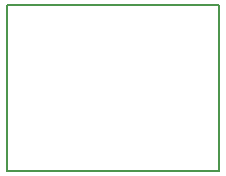
<source format=gbr>
%TF.GenerationSoftware,KiCad,Pcbnew,8.0.1-rc1*%
%TF.CreationDate,2024-05-21T21:17:26-06:00*%
%TF.ProjectId,screamer,73637265-616d-4657-922e-6b696361645f,V0.1.1*%
%TF.SameCoordinates,Original*%
%TF.FileFunction,Profile,NP*%
%FSLAX46Y46*%
G04 Gerber Fmt 4.6, Leading zero omitted, Abs format (unit mm)*
G04 Created by KiCad (PCBNEW 8.0.1-rc1) date 2024-05-21 21:17:26*
%MOMM*%
%LPD*%
G01*
G04 APERTURE LIST*
%TA.AperFunction,Profile*%
%ADD10C,0.200000*%
%TD*%
G04 APERTURE END LIST*
D10*
X150000000Y-86000000D02*
X168000000Y-86000000D01*
X168000000Y-100000000D01*
X150000000Y-100000000D01*
X150000000Y-86000000D01*
M02*

</source>
